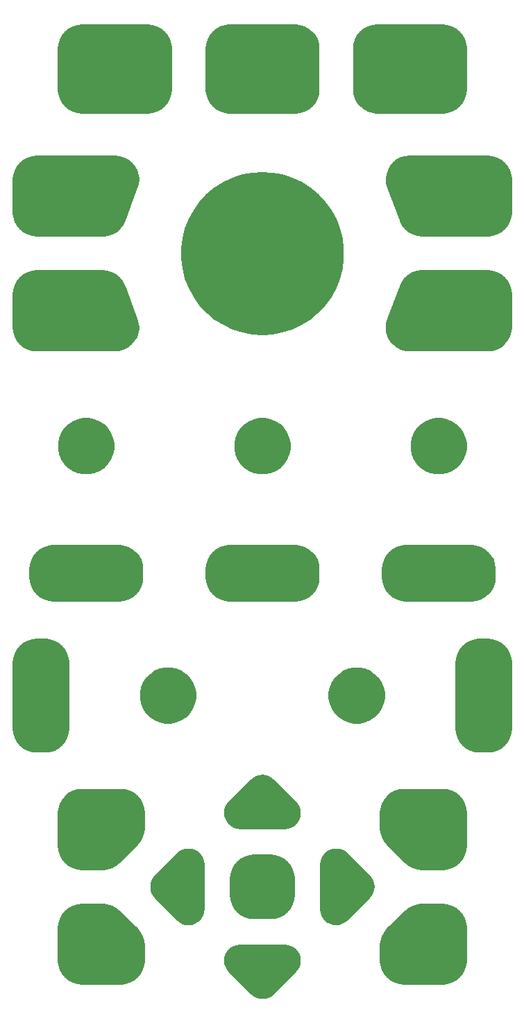
<source format=gbr>
%TF.GenerationSoftware,KiCad,Pcbnew,5.1.9-1.fc33*%
%TF.CreationDate,2021-01-10T17:12:49+01:00*%
%TF.ProjectId,,58585858-5858-4585-9858-585858585858,rev?*%
%TF.SameCoordinates,PX5a995c0PY5f5e100*%
%TF.FileFunction,Copper,L1,Top*%
%TF.FilePolarity,Positive*%
%FSLAX46Y46*%
G04 Gerber Fmt 4.6, Leading zero omitted, Abs format (unit mm)*
G04 Created by KiCad (PCBNEW 5.1.9-1.fc33) date 2021-01-10 17:12:49*
%MOMM*%
%LPD*%
G01*
G04 APERTURE LIST*
%TA.AperFunction,NonConductor*%
%ADD10C,0.254000*%
%TD*%
%TA.AperFunction,NonConductor*%
%ADD11C,0.150000*%
%TD*%
G04 APERTURE END LIST*
D10*
X3081844Y-52984628D02*
X3422287Y-53087413D01*
X3736285Y-53254368D01*
X4011873Y-53479133D01*
X4238555Y-53753144D01*
X4407697Y-54065967D01*
X4512857Y-54405684D01*
X4550028Y-54759352D01*
X4517797Y-55113516D01*
X4417389Y-55454671D01*
X4252634Y-55769819D01*
X4024637Y-56053390D01*
X4016609Y-56061502D01*
X1295176Y-58782935D01*
X1013658Y-59014177D01*
X700241Y-59182229D01*
X360162Y-59286202D01*
X6362Y-59322139D01*
X-347681Y-59288673D01*
X-688481Y-59187077D01*
X-1003063Y-59021216D01*
X-1285945Y-58792143D01*
X-1289342Y-58788770D01*
X-4010859Y-56067253D01*
X-4242101Y-55785735D01*
X-4410153Y-55472318D01*
X-4514126Y-55132239D01*
X-4550063Y-54778434D01*
X-4516597Y-54424396D01*
X-4415001Y-54083596D01*
X-4249140Y-53769014D01*
X-4025341Y-53492644D01*
X-3752125Y-53265011D01*
X-3439897Y-53094779D01*
X-3100545Y-52988433D01*
X-2738823Y-52949137D01*
X-2727386Y-52949077D01*
X2719269Y-52949077D01*
X3081844Y-52984628D01*
%TA.AperFunction,NonConductor*%
D11*
G36*
X3081844Y-52984628D02*
G01*
X3422287Y-53087413D01*
X3736285Y-53254368D01*
X4011873Y-53479133D01*
X4238555Y-53753144D01*
X4407697Y-54065967D01*
X4512857Y-54405684D01*
X4550028Y-54759352D01*
X4517797Y-55113516D01*
X4417389Y-55454671D01*
X4252634Y-55769819D01*
X4024637Y-56053390D01*
X4016609Y-56061502D01*
X1295176Y-58782935D01*
X1013658Y-59014177D01*
X700241Y-59182229D01*
X360162Y-59286202D01*
X6362Y-59322139D01*
X-347681Y-59288673D01*
X-688481Y-59187077D01*
X-1003063Y-59021216D01*
X-1285945Y-58792143D01*
X-1289342Y-58788770D01*
X-4010859Y-56067253D01*
X-4242101Y-55785735D01*
X-4410153Y-55472318D01*
X-4514126Y-55132239D01*
X-4550063Y-54778434D01*
X-4516597Y-54424396D01*
X-4415001Y-54083596D01*
X-4249140Y-53769014D01*
X-4025341Y-53492644D01*
X-3752125Y-53265011D01*
X-3439897Y-53094779D01*
X-3100545Y-52988433D01*
X-2738823Y-52949137D01*
X-2727386Y-52949077D01*
X2719269Y-52949077D01*
X3081844Y-52984628D01*
G37*
%TD.AperFunction*%
D10*
X-18907689Y-48003673D02*
X-18380406Y-48162869D01*
X-17894087Y-48421450D01*
X-17460638Y-48774962D01*
X-17459463Y-48776133D01*
X-15294234Y-50941363D01*
X-14939109Y-51373699D01*
X-14678834Y-51859110D01*
X-14517799Y-52385830D01*
X-14461275Y-52942303D01*
X-14461272Y-52943971D01*
X-14461271Y-54763413D01*
X-14515868Y-55320233D01*
X-14675064Y-55847515D01*
X-14933643Y-56333833D01*
X-15281755Y-56760660D01*
X-15706145Y-57111747D01*
X-16190645Y-57373715D01*
X-16716801Y-57536587D01*
X-17272907Y-57595036D01*
X-17284602Y-57595077D01*
X-21991356Y-57595077D01*
X-22548156Y-57540482D01*
X-23075438Y-57381287D01*
X-23561756Y-57122707D01*
X-23988583Y-56774595D01*
X-24339671Y-56350204D01*
X-24601639Y-55865704D01*
X-24764511Y-55339548D01*
X-24822960Y-54783442D01*
X-24823001Y-54771747D01*
X-24823001Y-50780731D01*
X-24768405Y-50223922D01*
X-24609208Y-49696636D01*
X-24350630Y-49210321D01*
X-24002518Y-48783494D01*
X-23578128Y-48432407D01*
X-23093629Y-48170440D01*
X-22567472Y-48007567D01*
X-22011366Y-47949118D01*
X-21999671Y-47949077D01*
X-19464498Y-47949077D01*
X-18907689Y-48003673D01*
%TA.AperFunction,NonConductor*%
D11*
G36*
X-18907689Y-48003673D02*
G01*
X-18380406Y-48162869D01*
X-17894087Y-48421450D01*
X-17460638Y-48774962D01*
X-17459463Y-48776133D01*
X-15294234Y-50941363D01*
X-14939109Y-51373699D01*
X-14678834Y-51859110D01*
X-14517799Y-52385830D01*
X-14461275Y-52942303D01*
X-14461272Y-52943971D01*
X-14461271Y-54763413D01*
X-14515868Y-55320233D01*
X-14675064Y-55847515D01*
X-14933643Y-56333833D01*
X-15281755Y-56760660D01*
X-15706145Y-57111747D01*
X-16190645Y-57373715D01*
X-16716801Y-57536587D01*
X-17272907Y-57595036D01*
X-17284602Y-57595077D01*
X-21991356Y-57595077D01*
X-22548156Y-57540482D01*
X-23075438Y-57381287D01*
X-23561756Y-57122707D01*
X-23988583Y-56774595D01*
X-24339671Y-56350204D01*
X-24601639Y-55865704D01*
X-24764511Y-55339548D01*
X-24822960Y-54783442D01*
X-24823001Y-54771747D01*
X-24823001Y-50780731D01*
X-24768405Y-50223922D01*
X-24609208Y-49696636D01*
X-24350630Y-49210321D01*
X-24002518Y-48783494D01*
X-23578128Y-48432407D01*
X-23093629Y-48170440D01*
X-22567472Y-48007567D01*
X-22011366Y-47949118D01*
X-21999671Y-47949077D01*
X-19464498Y-47949077D01*
X-18907689Y-48003673D01*
G37*
%TD.AperFunction*%
D10*
X22548155Y-48003674D02*
X23075440Y-48162871D01*
X23561755Y-48421449D01*
X23988582Y-48769560D01*
X24339667Y-49193949D01*
X24601638Y-49678454D01*
X24764509Y-50204605D01*
X24822958Y-50760712D01*
X24823000Y-50772693D01*
X24822999Y-54763423D01*
X24768403Y-55320233D01*
X24609207Y-55847515D01*
X24350628Y-56333833D01*
X24002516Y-56760660D01*
X23578126Y-57111747D01*
X23093626Y-57373715D01*
X22567470Y-57536587D01*
X22011364Y-57595036D01*
X21999669Y-57595077D01*
X17292925Y-57595077D01*
X16736115Y-57540481D01*
X16208833Y-57381285D01*
X15722515Y-57122706D01*
X15295688Y-56774594D01*
X14944601Y-56350204D01*
X14682633Y-55865704D01*
X14519761Y-55339548D01*
X14461312Y-54783442D01*
X14461271Y-54771747D01*
X14461271Y-52952305D01*
X14515867Y-52395492D01*
X14675063Y-51868212D01*
X14933642Y-51381895D01*
X15287155Y-50948444D01*
X15288327Y-50947268D01*
X17453557Y-48782039D01*
X17885893Y-48426914D01*
X18371304Y-48166639D01*
X18898024Y-48005604D01*
X19454497Y-47949080D01*
X19456165Y-47949077D01*
X21991336Y-47949077D01*
X22548155Y-48003674D01*
%TA.AperFunction,NonConductor*%
D11*
G36*
X22548155Y-48003674D02*
G01*
X23075440Y-48162871D01*
X23561755Y-48421449D01*
X23988582Y-48769560D01*
X24339667Y-49193949D01*
X24601638Y-49678454D01*
X24764509Y-50204605D01*
X24822958Y-50760712D01*
X24823000Y-50772693D01*
X24822999Y-54763423D01*
X24768403Y-55320233D01*
X24609207Y-55847515D01*
X24350628Y-56333833D01*
X24002516Y-56760660D01*
X23578126Y-57111747D01*
X23093626Y-57373715D01*
X22567470Y-57536587D01*
X22011364Y-57595036D01*
X21999669Y-57595077D01*
X17292925Y-57595077D01*
X16736115Y-57540481D01*
X16208833Y-57381285D01*
X15722515Y-57122706D01*
X15295688Y-56774594D01*
X14944601Y-56350204D01*
X14682633Y-55865704D01*
X14519761Y-55339548D01*
X14461312Y-54783442D01*
X14461271Y-54771747D01*
X14461271Y-52952305D01*
X14515867Y-52395492D01*
X14675063Y-51868212D01*
X14933642Y-51381895D01*
X15287155Y-50948444D01*
X15288327Y-50947268D01*
X17453557Y-48782039D01*
X17885893Y-48426914D01*
X18371304Y-48166639D01*
X18898024Y-48005604D01*
X19454497Y-47949080D01*
X19456165Y-47949077D01*
X21991336Y-47949077D01*
X22548155Y-48003674D01*
G37*
%TD.AperFunction*%
D10*
X9341437Y-41254280D02*
X9682593Y-41354688D01*
X9997742Y-41519445D01*
X10281312Y-41747440D01*
X10289424Y-41755468D01*
X13010858Y-44476902D01*
X13242100Y-44758420D01*
X13410152Y-45071834D01*
X13514124Y-45411915D01*
X13550062Y-45765720D01*
X13516595Y-46119759D01*
X13414999Y-46460558D01*
X13249138Y-46775140D01*
X13020065Y-47058022D01*
X13016692Y-47061419D01*
X10295170Y-49782941D01*
X10013658Y-50014178D01*
X9700241Y-50182230D01*
X9360162Y-50286203D01*
X9006362Y-50322140D01*
X8652319Y-50288674D01*
X8311519Y-50187078D01*
X7996937Y-50021217D01*
X7720569Y-49797420D01*
X7492934Y-49524202D01*
X7322700Y-49211971D01*
X7216356Y-48872622D01*
X7177060Y-48510900D01*
X7177000Y-48499463D01*
X7177000Y-43052819D01*
X7212552Y-42690234D01*
X7315339Y-42349787D01*
X7482293Y-42035791D01*
X7707056Y-41760205D01*
X7981063Y-41533527D01*
X8293891Y-41364381D01*
X8633607Y-41259221D01*
X8987274Y-41222049D01*
X9341437Y-41254280D01*
%TA.AperFunction,NonConductor*%
D11*
G36*
X9341437Y-41254280D02*
G01*
X9682593Y-41354688D01*
X9997742Y-41519445D01*
X10281312Y-41747440D01*
X10289424Y-41755468D01*
X13010858Y-44476902D01*
X13242100Y-44758420D01*
X13410152Y-45071834D01*
X13514124Y-45411915D01*
X13550062Y-45765720D01*
X13516595Y-46119759D01*
X13414999Y-46460558D01*
X13249138Y-46775140D01*
X13020065Y-47058022D01*
X13016692Y-47061419D01*
X10295170Y-49782941D01*
X10013658Y-50014178D01*
X9700241Y-50182230D01*
X9360162Y-50286203D01*
X9006362Y-50322140D01*
X8652319Y-50288674D01*
X8311519Y-50187078D01*
X7996937Y-50021217D01*
X7720569Y-49797420D01*
X7492934Y-49524202D01*
X7322700Y-49211971D01*
X7216356Y-48872622D01*
X7177060Y-48510900D01*
X7177000Y-48499463D01*
X7177000Y-43052819D01*
X7212552Y-42690234D01*
X7315339Y-42349787D01*
X7482293Y-42035791D01*
X7707056Y-41760205D01*
X7981063Y-41533527D01*
X8293891Y-41364381D01*
X8633607Y-41259221D01*
X8987274Y-41222049D01*
X9341437Y-41254280D01*
G37*
%TD.AperFunction*%
D10*
X-8652320Y-41255481D02*
X-8311520Y-41357077D01*
X-7996938Y-41522938D01*
X-7720568Y-41746737D01*
X-7492935Y-42019953D01*
X-7322703Y-42332181D01*
X-7216357Y-42671533D01*
X-7177061Y-43033255D01*
X-7177001Y-43044692D01*
X-7177000Y-48491326D01*
X-7212553Y-48853925D01*
X-7315341Y-49194369D01*
X-7482294Y-49508364D01*
X-7707055Y-49783948D01*
X-7981066Y-50010629D01*
X-8293893Y-50179774D01*
X-8633608Y-50284934D01*
X-8987275Y-50322106D01*
X-9341438Y-50289875D01*
X-9682593Y-50189467D01*
X-9997742Y-50024712D01*
X-10281313Y-49796715D01*
X-10289425Y-49788687D01*
X-13010849Y-47067263D01*
X-13242100Y-46785734D01*
X-13410152Y-46472318D01*
X-13514125Y-46132239D01*
X-13550062Y-45778434D01*
X-13516596Y-45424396D01*
X-13414998Y-45083593D01*
X-13249139Y-44769015D01*
X-13020062Y-44486128D01*
X-13016693Y-44482736D01*
X-10295171Y-41761214D01*
X-10013659Y-41529977D01*
X-9700246Y-41361926D01*
X-9360163Y-41257952D01*
X-9006358Y-41222015D01*
X-8652320Y-41255481D01*
%TA.AperFunction,NonConductor*%
D11*
G36*
X-8652320Y-41255481D02*
G01*
X-8311520Y-41357077D01*
X-7996938Y-41522938D01*
X-7720568Y-41746737D01*
X-7492935Y-42019953D01*
X-7322703Y-42332181D01*
X-7216357Y-42671533D01*
X-7177061Y-43033255D01*
X-7177001Y-43044692D01*
X-7177000Y-48491326D01*
X-7212553Y-48853925D01*
X-7315341Y-49194369D01*
X-7482294Y-49508364D01*
X-7707055Y-49783948D01*
X-7981066Y-50010629D01*
X-8293893Y-50179774D01*
X-8633608Y-50284934D01*
X-8987275Y-50322106D01*
X-9341438Y-50289875D01*
X-9682593Y-50189467D01*
X-9997742Y-50024712D01*
X-10281313Y-49796715D01*
X-10289425Y-49788687D01*
X-13010849Y-47067263D01*
X-13242100Y-46785734D01*
X-13410152Y-46472318D01*
X-13514125Y-46132239D01*
X-13550062Y-45778434D01*
X-13516596Y-45424396D01*
X-13414998Y-45083593D01*
X-13249139Y-44769015D01*
X-13020062Y-44486128D01*
X-13016693Y-44482736D01*
X-10295171Y-41761214D01*
X-10013659Y-41529977D01*
X-9700246Y-41361926D01*
X-9360163Y-41257952D01*
X-9006358Y-41222015D01*
X-8652320Y-41255481D01*
G37*
%TD.AperFunction*%
D10*
X1548154Y-42003673D02*
X2075440Y-42162870D01*
X2561755Y-42421448D01*
X2988582Y-42769560D01*
X3339669Y-43193950D01*
X3601636Y-43678449D01*
X3764509Y-44204606D01*
X3822958Y-44760712D01*
X3823000Y-44772693D01*
X3822999Y-46763423D01*
X3768403Y-47320233D01*
X3609207Y-47847515D01*
X3350628Y-48333833D01*
X3002516Y-48760660D01*
X2578126Y-49111747D01*
X2093626Y-49373715D01*
X1567470Y-49536587D01*
X1011364Y-49595036D01*
X999669Y-49595077D01*
X-991347Y-49595077D01*
X-1548157Y-49540481D01*
X-2075439Y-49381285D01*
X-2561757Y-49122706D01*
X-2988584Y-48774594D01*
X-3339671Y-48350204D01*
X-3601639Y-47865704D01*
X-3764511Y-47339548D01*
X-3822960Y-46783442D01*
X-3823001Y-46771747D01*
X-3823001Y-44780731D01*
X-3768405Y-44223922D01*
X-3609208Y-43696636D01*
X-3350630Y-43210321D01*
X-3002518Y-42783494D01*
X-2578128Y-42432407D01*
X-2093629Y-42170440D01*
X-1567472Y-42007567D01*
X-1011366Y-41949118D01*
X-999671Y-41949077D01*
X991345Y-41949077D01*
X1548154Y-42003673D01*
%TA.AperFunction,NonConductor*%
D11*
G36*
X1548154Y-42003673D02*
G01*
X2075440Y-42162870D01*
X2561755Y-42421448D01*
X2988582Y-42769560D01*
X3339669Y-43193950D01*
X3601636Y-43678449D01*
X3764509Y-44204606D01*
X3822958Y-44760712D01*
X3823000Y-44772693D01*
X3822999Y-46763423D01*
X3768403Y-47320233D01*
X3609207Y-47847515D01*
X3350628Y-48333833D01*
X3002516Y-48760660D01*
X2578126Y-49111747D01*
X2093626Y-49373715D01*
X1567470Y-49536587D01*
X1011364Y-49595036D01*
X999669Y-49595077D01*
X-991347Y-49595077D01*
X-1548157Y-49540481D01*
X-2075439Y-49381285D01*
X-2561757Y-49122706D01*
X-2988584Y-48774594D01*
X-3339671Y-48350204D01*
X-3601639Y-47865704D01*
X-3764511Y-47339548D01*
X-3822960Y-46783442D01*
X-3823001Y-46771747D01*
X-3823001Y-44780731D01*
X-3768405Y-44223922D01*
X-3609208Y-43696636D01*
X-3350630Y-43210321D01*
X-3002518Y-42783494D01*
X-2578128Y-42432407D01*
X-2093629Y-42170440D01*
X-1567472Y-42007567D01*
X-1011366Y-41949118D01*
X-999671Y-41949077D01*
X991345Y-41949077D01*
X1548154Y-42003673D01*
G37*
%TD.AperFunction*%
D10*
X22548155Y-34003673D02*
X23075441Y-34162870D01*
X23561756Y-34421448D01*
X23988583Y-34769560D01*
X24339670Y-35193950D01*
X24601637Y-35678449D01*
X24764510Y-36204606D01*
X24822959Y-36760712D01*
X24823000Y-36772408D01*
X24823001Y-40763413D01*
X24768404Y-41320233D01*
X24609208Y-41847515D01*
X24350629Y-42333833D01*
X24002517Y-42760660D01*
X23578127Y-43111747D01*
X23093627Y-43373715D01*
X22567471Y-43536587D01*
X22011365Y-43595036D01*
X21999670Y-43595077D01*
X19464488Y-43595077D01*
X18907688Y-43540482D01*
X18380406Y-43381287D01*
X17894088Y-43122707D01*
X17460638Y-42769194D01*
X17459735Y-42768294D01*
X15294238Y-40602798D01*
X14939109Y-40170458D01*
X14678833Y-39685045D01*
X14517798Y-39158324D01*
X14461274Y-38601852D01*
X14461271Y-38600184D01*
X14461271Y-36780731D01*
X14515867Y-36223922D01*
X14675064Y-35696636D01*
X14933642Y-35210321D01*
X15281754Y-34783494D01*
X15706144Y-34432407D01*
X16190643Y-34170440D01*
X16716800Y-34007567D01*
X17272906Y-33949118D01*
X17284601Y-33949077D01*
X21991346Y-33949077D01*
X22548155Y-34003673D01*
%TA.AperFunction,NonConductor*%
D11*
G36*
X22548155Y-34003673D02*
G01*
X23075441Y-34162870D01*
X23561756Y-34421448D01*
X23988583Y-34769560D01*
X24339670Y-35193950D01*
X24601637Y-35678449D01*
X24764510Y-36204606D01*
X24822959Y-36760712D01*
X24823000Y-36772408D01*
X24823001Y-40763413D01*
X24768404Y-41320233D01*
X24609208Y-41847515D01*
X24350629Y-42333833D01*
X24002517Y-42760660D01*
X23578127Y-43111747D01*
X23093627Y-43373715D01*
X22567471Y-43536587D01*
X22011365Y-43595036D01*
X21999670Y-43595077D01*
X19464488Y-43595077D01*
X18907688Y-43540482D01*
X18380406Y-43381287D01*
X17894088Y-43122707D01*
X17460638Y-42769194D01*
X17459735Y-42768294D01*
X15294238Y-40602798D01*
X14939109Y-40170458D01*
X14678833Y-39685045D01*
X14517798Y-39158324D01*
X14461274Y-38601852D01*
X14461271Y-38600184D01*
X14461271Y-36780731D01*
X14515867Y-36223922D01*
X14675064Y-35696636D01*
X14933642Y-35210321D01*
X15281754Y-34783494D01*
X15706144Y-34432407D01*
X16190643Y-34170440D01*
X16716800Y-34007567D01*
X17272906Y-33949118D01*
X17284601Y-33949077D01*
X21991346Y-33949077D01*
X22548155Y-34003673D01*
G37*
%TD.AperFunction*%
D10*
X-16736117Y-34003673D02*
X-16208831Y-34162870D01*
X-15722516Y-34421448D01*
X-15295689Y-34769560D01*
X-14944602Y-35193950D01*
X-14682635Y-35678449D01*
X-14519762Y-36204606D01*
X-14461313Y-36760712D01*
X-14461271Y-36772693D01*
X-14461272Y-38591850D01*
X-14515868Y-39148663D01*
X-14675062Y-39675938D01*
X-14933643Y-40162260D01*
X-15287155Y-40595710D01*
X-15288055Y-40596613D01*
X-17453547Y-42762106D01*
X-17885892Y-43117239D01*
X-18371305Y-43377515D01*
X-18898026Y-43538550D01*
X-19454498Y-43595074D01*
X-19456166Y-43595077D01*
X-21991347Y-43595077D01*
X-22548157Y-43540481D01*
X-23075439Y-43381285D01*
X-23561757Y-43122706D01*
X-23988584Y-42774594D01*
X-24339671Y-42350204D01*
X-24601639Y-41865704D01*
X-24764511Y-41339548D01*
X-24822960Y-40783442D01*
X-24823001Y-40771747D01*
X-24823001Y-36780731D01*
X-24768405Y-36223922D01*
X-24609208Y-35696636D01*
X-24350630Y-35210321D01*
X-24002518Y-34783494D01*
X-23578128Y-34432407D01*
X-23093629Y-34170440D01*
X-22567472Y-34007567D01*
X-22011366Y-33949118D01*
X-21999671Y-33949077D01*
X-17292926Y-33949077D01*
X-16736117Y-34003673D01*
%TA.AperFunction,NonConductor*%
D11*
G36*
X-16736117Y-34003673D02*
G01*
X-16208831Y-34162870D01*
X-15722516Y-34421448D01*
X-15295689Y-34769560D01*
X-14944602Y-35193950D01*
X-14682635Y-35678449D01*
X-14519762Y-36204606D01*
X-14461313Y-36760712D01*
X-14461271Y-36772693D01*
X-14461272Y-38591850D01*
X-14515868Y-39148663D01*
X-14675062Y-39675938D01*
X-14933643Y-40162260D01*
X-15287155Y-40595710D01*
X-15288055Y-40596613D01*
X-17453547Y-42762106D01*
X-17885892Y-43117239D01*
X-18371305Y-43377515D01*
X-18898026Y-43538550D01*
X-19454498Y-43595074D01*
X-19456166Y-43595077D01*
X-21991347Y-43595077D01*
X-22548157Y-43540481D01*
X-23075439Y-43381285D01*
X-23561757Y-43122706D01*
X-23988584Y-42774594D01*
X-24339671Y-42350204D01*
X-24601639Y-41865704D01*
X-24764511Y-41339548D01*
X-24822960Y-40783442D01*
X-24823001Y-40771747D01*
X-24823001Y-36780731D01*
X-24768405Y-36223922D01*
X-24609208Y-35696636D01*
X-24350630Y-35210321D01*
X-24002518Y-34783494D01*
X-23578128Y-34432407D01*
X-23093629Y-34170440D01*
X-22567472Y-34007567D01*
X-22011366Y-33949118D01*
X-21999671Y-33949077D01*
X-17292926Y-33949077D01*
X-16736117Y-34003673D01*
G37*
%TD.AperFunction*%
D10*
X347681Y-32255482D02*
X688484Y-32357080D01*
X1003062Y-32522939D01*
X1285949Y-32752016D01*
X1289341Y-32755385D01*
X4010863Y-35476907D01*
X4242100Y-35758419D01*
X4410151Y-36071832D01*
X4514125Y-36411915D01*
X4550062Y-36765715D01*
X4516596Y-37119758D01*
X4415000Y-37460558D01*
X4249139Y-37775140D01*
X4025342Y-38051508D01*
X3752124Y-38279143D01*
X3439893Y-38449377D01*
X3100544Y-38555721D01*
X2738822Y-38595017D01*
X2727385Y-38595077D01*
X-2719259Y-38595077D01*
X-3081848Y-38559525D01*
X-3422292Y-38456737D01*
X-3736287Y-38289784D01*
X-4011871Y-38065023D01*
X-4238552Y-37791012D01*
X-4407697Y-37478185D01*
X-4512857Y-37138470D01*
X-4550029Y-36784803D01*
X-4517798Y-36430640D01*
X-4417390Y-36089484D01*
X-4252633Y-35774335D01*
X-4024638Y-35490765D01*
X-4016610Y-35482653D01*
X-1295186Y-32761229D01*
X-1013657Y-32529978D01*
X-700244Y-32361927D01*
X-360162Y-32257953D01*
X-6357Y-32222016D01*
X347681Y-32255482D01*
%TA.AperFunction,NonConductor*%
D11*
G36*
X347681Y-32255482D02*
G01*
X688484Y-32357080D01*
X1003062Y-32522939D01*
X1285949Y-32752016D01*
X1289341Y-32755385D01*
X4010863Y-35476907D01*
X4242100Y-35758419D01*
X4410151Y-36071832D01*
X4514125Y-36411915D01*
X4550062Y-36765715D01*
X4516596Y-37119758D01*
X4415000Y-37460558D01*
X4249139Y-37775140D01*
X4025342Y-38051508D01*
X3752124Y-38279143D01*
X3439893Y-38449377D01*
X3100544Y-38555721D01*
X2738822Y-38595017D01*
X2727385Y-38595077D01*
X-2719259Y-38595077D01*
X-3081848Y-38559525D01*
X-3422292Y-38456737D01*
X-3736287Y-38289784D01*
X-4011871Y-38065023D01*
X-4238552Y-37791012D01*
X-4407697Y-37478185D01*
X-4512857Y-37138470D01*
X-4550029Y-36784803D01*
X-4517798Y-36430640D01*
X-4417390Y-36089484D01*
X-4252633Y-35774335D01*
X-4024638Y-35490765D01*
X-4016610Y-35482653D01*
X-1295186Y-32761229D01*
X-1013657Y-32529978D01*
X-700244Y-32361927D01*
X-360162Y-32257953D01*
X-6357Y-32222016D01*
X347681Y-32255482D01*
G37*
%TD.AperFunction*%
D10*
X-25951845Y-15679037D02*
X-25424559Y-15838234D01*
X-24938244Y-16096812D01*
X-24511417Y-16444924D01*
X-24160330Y-16869314D01*
X-23898363Y-17353813D01*
X-23735490Y-17879970D01*
X-23677041Y-18436076D01*
X-23676999Y-18448057D01*
X-23677001Y-26438787D01*
X-23731597Y-26995597D01*
X-23890793Y-27522879D01*
X-24149372Y-28009197D01*
X-24497484Y-28436024D01*
X-24921874Y-28787111D01*
X-25406374Y-29049079D01*
X-25932530Y-29211951D01*
X-26488636Y-29270400D01*
X-26500331Y-29270441D01*
X-27491347Y-29270441D01*
X-28048157Y-29215845D01*
X-28575439Y-29056649D01*
X-29061757Y-28798070D01*
X-29488584Y-28449958D01*
X-29839671Y-28025568D01*
X-30101639Y-27541068D01*
X-30264511Y-27014912D01*
X-30322960Y-26458806D01*
X-30323002Y-26446824D01*
X-30323000Y-18456095D01*
X-30268404Y-17899286D01*
X-30109207Y-17372000D01*
X-29850629Y-16885685D01*
X-29502517Y-16458858D01*
X-29078127Y-16107771D01*
X-28593628Y-15845804D01*
X-28067471Y-15682931D01*
X-27511365Y-15624482D01*
X-27499670Y-15624441D01*
X-26508654Y-15624441D01*
X-25951845Y-15679037D01*
%TA.AperFunction,NonConductor*%
D11*
G36*
X-25951845Y-15679037D02*
G01*
X-25424559Y-15838234D01*
X-24938244Y-16096812D01*
X-24511417Y-16444924D01*
X-24160330Y-16869314D01*
X-23898363Y-17353813D01*
X-23735490Y-17879970D01*
X-23677041Y-18436076D01*
X-23676999Y-18448057D01*
X-23677001Y-26438787D01*
X-23731597Y-26995597D01*
X-23890793Y-27522879D01*
X-24149372Y-28009197D01*
X-24497484Y-28436024D01*
X-24921874Y-28787111D01*
X-25406374Y-29049079D01*
X-25932530Y-29211951D01*
X-26488636Y-29270400D01*
X-26500331Y-29270441D01*
X-27491347Y-29270441D01*
X-28048157Y-29215845D01*
X-28575439Y-29056649D01*
X-29061757Y-28798070D01*
X-29488584Y-28449958D01*
X-29839671Y-28025568D01*
X-30101639Y-27541068D01*
X-30264511Y-27014912D01*
X-30322960Y-26458806D01*
X-30323002Y-26446824D01*
X-30323000Y-18456095D01*
X-30268404Y-17899286D01*
X-30109207Y-17372000D01*
X-29850629Y-16885685D01*
X-29502517Y-16458858D01*
X-29078127Y-16107771D01*
X-28593628Y-15845804D01*
X-28067471Y-15682931D01*
X-27511365Y-15624482D01*
X-27499670Y-15624441D01*
X-26508654Y-15624441D01*
X-25951845Y-15679037D01*
G37*
%TD.AperFunction*%
D10*
X28048155Y-15679037D02*
X28575441Y-15838234D01*
X29061756Y-16096812D01*
X29488583Y-16444924D01*
X29839670Y-16869314D01*
X30101637Y-17353813D01*
X30264510Y-17879970D01*
X30322959Y-18436076D01*
X30323001Y-18448058D01*
X30323000Y-26438787D01*
X30268404Y-26995597D01*
X30109208Y-27522879D01*
X29850629Y-28009197D01*
X29502517Y-28436024D01*
X29078127Y-28787111D01*
X28593627Y-29049079D01*
X28067471Y-29211951D01*
X27511365Y-29270400D01*
X27499670Y-29270441D01*
X26508654Y-29270441D01*
X25951844Y-29215845D01*
X25424562Y-29056649D01*
X24938244Y-28798070D01*
X24511417Y-28449958D01*
X24160330Y-28025568D01*
X23898362Y-27541068D01*
X23735490Y-27014912D01*
X23677041Y-26458806D01*
X23677000Y-26447111D01*
X23677000Y-18456095D01*
X23731596Y-17899286D01*
X23890793Y-17372000D01*
X24149371Y-16885685D01*
X24497483Y-16458858D01*
X24921873Y-16107771D01*
X25406372Y-15845804D01*
X25932529Y-15682931D01*
X26488635Y-15624482D01*
X26500330Y-15624441D01*
X27491346Y-15624441D01*
X28048155Y-15679037D01*
%TA.AperFunction,NonConductor*%
D11*
G36*
X28048155Y-15679037D02*
G01*
X28575441Y-15838234D01*
X29061756Y-16096812D01*
X29488583Y-16444924D01*
X29839670Y-16869314D01*
X30101637Y-17353813D01*
X30264510Y-17879970D01*
X30322959Y-18436076D01*
X30323001Y-18448058D01*
X30323000Y-26438787D01*
X30268404Y-26995597D01*
X30109208Y-27522879D01*
X29850629Y-28009197D01*
X29502517Y-28436024D01*
X29078127Y-28787111D01*
X28593627Y-29049079D01*
X28067471Y-29211951D01*
X27511365Y-29270400D01*
X27499670Y-29270441D01*
X26508654Y-29270441D01*
X25951844Y-29215845D01*
X25424562Y-29056649D01*
X24938244Y-28798070D01*
X24511417Y-28449958D01*
X24160330Y-28025568D01*
X23898362Y-27541068D01*
X23735490Y-27014912D01*
X23677041Y-26458806D01*
X23677000Y-26447111D01*
X23677000Y-18456095D01*
X23731596Y-17899286D01*
X23890793Y-17372000D01*
X24149371Y-16885685D01*
X24497483Y-16458858D01*
X24921873Y-16107771D01*
X25406372Y-15845804D01*
X25932529Y-15682931D01*
X26488635Y-15624482D01*
X26500330Y-15624441D01*
X27491346Y-15624441D01*
X28048155Y-15679037D01*
G37*
%TD.AperFunction*%
D10*
X12464616Y-19267528D02*
X13066451Y-19516817D01*
X13608089Y-19878727D01*
X14068714Y-20339352D01*
X14430624Y-20880990D01*
X14679913Y-21482825D01*
X14806999Y-22121730D01*
X14806999Y-22773152D01*
X14679913Y-23412057D01*
X14430624Y-24013892D01*
X14068714Y-24555530D01*
X13608089Y-25016155D01*
X13066451Y-25378065D01*
X12464616Y-25627354D01*
X11825711Y-25754440D01*
X11174289Y-25754440D01*
X10535384Y-25627354D01*
X9933549Y-25378065D01*
X9391911Y-25016155D01*
X8931286Y-24555530D01*
X8569376Y-24013892D01*
X8320087Y-23412057D01*
X8193001Y-22773152D01*
X8193001Y-22121730D01*
X8320087Y-21482825D01*
X8569376Y-20880990D01*
X8931286Y-20339352D01*
X9391911Y-19878727D01*
X9933549Y-19516817D01*
X10535384Y-19267528D01*
X11174289Y-19140442D01*
X11825711Y-19140442D01*
X12464616Y-19267528D01*
%TA.AperFunction,NonConductor*%
D11*
G36*
X12464616Y-19267528D02*
G01*
X13066451Y-19516817D01*
X13608089Y-19878727D01*
X14068714Y-20339352D01*
X14430624Y-20880990D01*
X14679913Y-21482825D01*
X14806999Y-22121730D01*
X14806999Y-22773152D01*
X14679913Y-23412057D01*
X14430624Y-24013892D01*
X14068714Y-24555530D01*
X13608089Y-25016155D01*
X13066451Y-25378065D01*
X12464616Y-25627354D01*
X11825711Y-25754440D01*
X11174289Y-25754440D01*
X10535384Y-25627354D01*
X9933549Y-25378065D01*
X9391911Y-25016155D01*
X8931286Y-24555530D01*
X8569376Y-24013892D01*
X8320087Y-23412057D01*
X8193001Y-22773152D01*
X8193001Y-22121730D01*
X8320087Y-21482825D01*
X8569376Y-20880990D01*
X8931286Y-20339352D01*
X9391911Y-19878727D01*
X9933549Y-19516817D01*
X10535384Y-19267528D01*
X11174289Y-19140442D01*
X11825711Y-19140442D01*
X12464616Y-19267528D01*
G37*
%TD.AperFunction*%
D10*
X-10535384Y-19267528D02*
X-9933549Y-19516817D01*
X-9391911Y-19878727D01*
X-8931286Y-20339352D01*
X-8569376Y-20880990D01*
X-8320087Y-21482825D01*
X-8193001Y-22121730D01*
X-8193001Y-22773152D01*
X-8320087Y-23412057D01*
X-8569376Y-24013892D01*
X-8931286Y-24555530D01*
X-9391911Y-25016155D01*
X-9933549Y-25378065D01*
X-10535384Y-25627354D01*
X-11174289Y-25754440D01*
X-11825711Y-25754440D01*
X-12464616Y-25627354D01*
X-13066451Y-25378065D01*
X-13608089Y-25016155D01*
X-14068714Y-24555530D01*
X-14430624Y-24013892D01*
X-14679913Y-23412057D01*
X-14806999Y-22773152D01*
X-14806999Y-22121730D01*
X-14679913Y-21482825D01*
X-14430624Y-20880990D01*
X-14068714Y-20339352D01*
X-13608089Y-19878727D01*
X-13066451Y-19516817D01*
X-12464616Y-19267528D01*
X-11825711Y-19140442D01*
X-11174289Y-19140442D01*
X-10535384Y-19267528D01*
%TA.AperFunction,NonConductor*%
D11*
G36*
X-10535384Y-19267528D02*
G01*
X-9933549Y-19516817D01*
X-9391911Y-19878727D01*
X-8931286Y-20339352D01*
X-8569376Y-20880990D01*
X-8320087Y-21482825D01*
X-8193001Y-22121730D01*
X-8193001Y-22773152D01*
X-8320087Y-23412057D01*
X-8569376Y-24013892D01*
X-8931286Y-24555530D01*
X-9391911Y-25016155D01*
X-9933549Y-25378065D01*
X-10535384Y-25627354D01*
X-11174289Y-25754440D01*
X-11825711Y-25754440D01*
X-12464616Y-25627354D01*
X-13066451Y-25378065D01*
X-13608089Y-25016155D01*
X-14068714Y-24555530D01*
X-14430624Y-24013892D01*
X-14679913Y-23412057D01*
X-14806999Y-22773152D01*
X-14806999Y-22121730D01*
X-14679913Y-21482825D01*
X-14430624Y-20880990D01*
X-14068714Y-20339352D01*
X-13608089Y-19878727D01*
X-13066451Y-19516817D01*
X-12464616Y-19267528D01*
X-11825711Y-19140442D01*
X-11174289Y-19140442D01*
X-10535384Y-19267528D01*
G37*
%TD.AperFunction*%
D10*
X-16951842Y-4231596D02*
X-16424562Y-4390792D01*
X-15938245Y-4649371D01*
X-15511417Y-4997482D01*
X-15160332Y-5421871D01*
X-14898362Y-5906374D01*
X-14735490Y-6432528D01*
X-14677041Y-6988634D01*
X-14676999Y-7000613D01*
X-14677000Y-7991355D01*
X-14731595Y-8548155D01*
X-14890790Y-9075437D01*
X-15149370Y-9561755D01*
X-15497482Y-9988582D01*
X-15921873Y-10339670D01*
X-16406373Y-10601638D01*
X-16932529Y-10764510D01*
X-17488635Y-10822959D01*
X-17500330Y-10823000D01*
X-25491346Y-10823000D01*
X-26048156Y-10768404D01*
X-26575438Y-10609208D01*
X-27061756Y-10350629D01*
X-27488583Y-10002517D01*
X-27839670Y-9578127D01*
X-28101638Y-9093627D01*
X-28264510Y-8567471D01*
X-28322959Y-8011365D01*
X-28323000Y-7999670D01*
X-28323000Y-7008654D01*
X-28268404Y-6451845D01*
X-28109207Y-5924559D01*
X-27850629Y-5438244D01*
X-27502517Y-5011417D01*
X-27078127Y-4660330D01*
X-26593628Y-4398363D01*
X-26067471Y-4235490D01*
X-25511365Y-4177041D01*
X-25499670Y-4177000D01*
X-17508655Y-4177000D01*
X-16951842Y-4231596D01*
%TA.AperFunction,NonConductor*%
D11*
G36*
X-16951842Y-4231596D02*
G01*
X-16424562Y-4390792D01*
X-15938245Y-4649371D01*
X-15511417Y-4997482D01*
X-15160332Y-5421871D01*
X-14898362Y-5906374D01*
X-14735490Y-6432528D01*
X-14677041Y-6988634D01*
X-14676999Y-7000613D01*
X-14677000Y-7991355D01*
X-14731595Y-8548155D01*
X-14890790Y-9075437D01*
X-15149370Y-9561755D01*
X-15497482Y-9988582D01*
X-15921873Y-10339670D01*
X-16406373Y-10601638D01*
X-16932529Y-10764510D01*
X-17488635Y-10822959D01*
X-17500330Y-10823000D01*
X-25491346Y-10823000D01*
X-26048156Y-10768404D01*
X-26575438Y-10609208D01*
X-27061756Y-10350629D01*
X-27488583Y-10002517D01*
X-27839670Y-9578127D01*
X-28101638Y-9093627D01*
X-28264510Y-8567471D01*
X-28322959Y-8011365D01*
X-28323000Y-7999670D01*
X-28323000Y-7008654D01*
X-28268404Y-6451845D01*
X-28109207Y-5924559D01*
X-27850629Y-5438244D01*
X-27502517Y-5011417D01*
X-27078127Y-4660330D01*
X-26593628Y-4398363D01*
X-26067471Y-4235490D01*
X-25511365Y-4177041D01*
X-25499670Y-4177000D01*
X-17508655Y-4177000D01*
X-16951842Y-4231596D01*
G37*
%TD.AperFunction*%
D10*
X26048155Y-4231596D02*
X26575441Y-4390793D01*
X27061756Y-4649371D01*
X27488583Y-4997483D01*
X27839670Y-5421873D01*
X28101637Y-5906372D01*
X28264510Y-6432529D01*
X28322959Y-6988635D01*
X28323001Y-7000614D01*
X28323000Y-7991346D01*
X28268404Y-8548156D01*
X28109208Y-9075438D01*
X27850629Y-9561756D01*
X27502517Y-9988583D01*
X27078127Y-10339670D01*
X26593627Y-10601638D01*
X26067471Y-10764510D01*
X25511365Y-10822959D01*
X25499670Y-10823000D01*
X17508654Y-10823000D01*
X16951844Y-10768404D01*
X16424562Y-10609208D01*
X15938244Y-10350629D01*
X15511417Y-10002517D01*
X15160330Y-9578127D01*
X14898362Y-9093627D01*
X14735490Y-8567471D01*
X14677041Y-8011365D01*
X14677000Y-7999670D01*
X14677000Y-7008663D01*
X14731597Y-6451844D01*
X14890794Y-5924559D01*
X15149372Y-5438244D01*
X15497483Y-5011417D01*
X15921872Y-4660332D01*
X16406377Y-4398361D01*
X16932528Y-4235490D01*
X17488635Y-4177041D01*
X17500330Y-4177000D01*
X25491346Y-4177000D01*
X26048155Y-4231596D01*
%TA.AperFunction,NonConductor*%
D11*
G36*
X26048155Y-4231596D02*
G01*
X26575441Y-4390793D01*
X27061756Y-4649371D01*
X27488583Y-4997483D01*
X27839670Y-5421873D01*
X28101637Y-5906372D01*
X28264510Y-6432529D01*
X28322959Y-6988635D01*
X28323001Y-7000614D01*
X28323000Y-7991346D01*
X28268404Y-8548156D01*
X28109208Y-9075438D01*
X27850629Y-9561756D01*
X27502517Y-9988583D01*
X27078127Y-10339670D01*
X26593627Y-10601638D01*
X26067471Y-10764510D01*
X25511365Y-10822959D01*
X25499670Y-10823000D01*
X17508654Y-10823000D01*
X16951844Y-10768404D01*
X16424562Y-10609208D01*
X15938244Y-10350629D01*
X15511417Y-10002517D01*
X15160330Y-9578127D01*
X14898362Y-9093627D01*
X14735490Y-8567471D01*
X14677041Y-8011365D01*
X14677000Y-7999670D01*
X14677000Y-7008663D01*
X14731597Y-6451844D01*
X14890794Y-5924559D01*
X15149372Y-5438244D01*
X15497483Y-5011417D01*
X15921872Y-4660332D01*
X16406377Y-4398361D01*
X16932528Y-4235490D01*
X17488635Y-4177041D01*
X17500330Y-4177000D01*
X25491346Y-4177000D01*
X26048155Y-4231596D01*
G37*
%TD.AperFunction*%
D10*
X4548158Y-4231596D02*
X5075438Y-4390792D01*
X5561755Y-4649371D01*
X5988583Y-4997482D01*
X6339668Y-5421871D01*
X6601638Y-5906374D01*
X6764510Y-6432528D01*
X6822959Y-6988634D01*
X6823001Y-7000613D01*
X6823000Y-7991345D01*
X6768404Y-8548155D01*
X6609208Y-9075437D01*
X6350629Y-9561755D01*
X6002517Y-9988582D01*
X5578127Y-10339669D01*
X5093627Y-10601637D01*
X4567471Y-10764509D01*
X4011365Y-10822958D01*
X3999670Y-10822999D01*
X-3991346Y-10822999D01*
X-4548156Y-10768403D01*
X-5075438Y-10609207D01*
X-5561756Y-10350628D01*
X-5988583Y-10002516D01*
X-6339670Y-9578126D01*
X-6601638Y-9093626D01*
X-6764510Y-8567470D01*
X-6822959Y-8011364D01*
X-6823000Y-7999669D01*
X-6823000Y-7008654D01*
X-6768404Y-6451845D01*
X-6609207Y-5924559D01*
X-6350629Y-5438244D01*
X-6002517Y-5011417D01*
X-5578127Y-4660330D01*
X-5093628Y-4398363D01*
X-4567471Y-4235490D01*
X-4011365Y-4177041D01*
X-3999669Y-4177000D01*
X3991325Y-4176998D01*
X4548158Y-4231596D01*
%TA.AperFunction,NonConductor*%
D11*
G36*
X4548158Y-4231596D02*
G01*
X5075438Y-4390792D01*
X5561755Y-4649371D01*
X5988583Y-4997482D01*
X6339668Y-5421871D01*
X6601638Y-5906374D01*
X6764510Y-6432528D01*
X6822959Y-6988634D01*
X6823001Y-7000613D01*
X6823000Y-7991345D01*
X6768404Y-8548155D01*
X6609208Y-9075437D01*
X6350629Y-9561755D01*
X6002517Y-9988582D01*
X5578127Y-10339669D01*
X5093627Y-10601637D01*
X4567471Y-10764509D01*
X4011365Y-10822958D01*
X3999670Y-10822999D01*
X-3991346Y-10822999D01*
X-4548156Y-10768403D01*
X-5075438Y-10609207D01*
X-5561756Y-10350628D01*
X-5988583Y-10002516D01*
X-6339670Y-9578126D01*
X-6601638Y-9093626D01*
X-6764510Y-8567470D01*
X-6822959Y-8011364D01*
X-6823000Y-7999669D01*
X-6823000Y-7008654D01*
X-6768404Y-6451845D01*
X-6609207Y-5924559D01*
X-6350629Y-5438244D01*
X-6002517Y-5011417D01*
X-5578127Y-4660330D01*
X-5093628Y-4398363D01*
X-4567471Y-4235490D01*
X-4011365Y-4177041D01*
X-3999669Y-4177000D01*
X3991325Y-4176998D01*
X4548158Y-4231596D01*
G37*
%TD.AperFunction*%
D10*
X-20535384Y11179913D02*
X-19933549Y10930624D01*
X-19391911Y10568714D01*
X-18931286Y10108089D01*
X-18569376Y9566451D01*
X-18320087Y8964616D01*
X-18193001Y8325711D01*
X-18193001Y7674289D01*
X-18320087Y7035384D01*
X-18569376Y6433549D01*
X-18931286Y5891911D01*
X-19391911Y5431286D01*
X-19933549Y5069376D01*
X-20535384Y4820087D01*
X-21174289Y4693001D01*
X-21825711Y4693001D01*
X-22464616Y4820087D01*
X-23066451Y5069376D01*
X-23608089Y5431286D01*
X-24068714Y5891911D01*
X-24430624Y6433549D01*
X-24679913Y7035384D01*
X-24806999Y7674289D01*
X-24806999Y8325711D01*
X-24679913Y8964616D01*
X-24430624Y9566451D01*
X-24068714Y10108089D01*
X-23608089Y10568714D01*
X-23066451Y10930624D01*
X-22464616Y11179913D01*
X-21825711Y11306999D01*
X-21174289Y11306999D01*
X-20535384Y11179913D01*
%TA.AperFunction,NonConductor*%
D11*
G36*
X-20535384Y11179913D02*
G01*
X-19933549Y10930624D01*
X-19391911Y10568714D01*
X-18931286Y10108089D01*
X-18569376Y9566451D01*
X-18320087Y8964616D01*
X-18193001Y8325711D01*
X-18193001Y7674289D01*
X-18320087Y7035384D01*
X-18569376Y6433549D01*
X-18931286Y5891911D01*
X-19391911Y5431286D01*
X-19933549Y5069376D01*
X-20535384Y4820087D01*
X-21174289Y4693001D01*
X-21825711Y4693001D01*
X-22464616Y4820087D01*
X-23066451Y5069376D01*
X-23608089Y5431286D01*
X-24068714Y5891911D01*
X-24430624Y6433549D01*
X-24679913Y7035384D01*
X-24806999Y7674289D01*
X-24806999Y8325711D01*
X-24679913Y8964616D01*
X-24430624Y9566451D01*
X-24068714Y10108089D01*
X-23608089Y10568714D01*
X-23066451Y10930624D01*
X-22464616Y11179913D01*
X-21825711Y11306999D01*
X-21174289Y11306999D01*
X-20535384Y11179913D01*
G37*
%TD.AperFunction*%
D10*
X964616Y11179913D02*
X1566451Y10930624D01*
X2108089Y10568714D01*
X2568714Y10108089D01*
X2930624Y9566451D01*
X3179913Y8964616D01*
X3306999Y8325711D01*
X3306999Y7674289D01*
X3179913Y7035384D01*
X2930624Y6433549D01*
X2568714Y5891911D01*
X2108089Y5431286D01*
X1566451Y5069376D01*
X964616Y4820087D01*
X325711Y4693001D01*
X-325711Y4693001D01*
X-964616Y4820087D01*
X-1566451Y5069376D01*
X-2108089Y5431286D01*
X-2568714Y5891911D01*
X-2930624Y6433549D01*
X-3179913Y7035384D01*
X-3306999Y7674289D01*
X-3306999Y8325711D01*
X-3179913Y8964616D01*
X-2930624Y9566451D01*
X-2568714Y10108089D01*
X-2108089Y10568714D01*
X-1566451Y10930624D01*
X-964616Y11179913D01*
X-325711Y11306999D01*
X325711Y11306999D01*
X964616Y11179913D01*
%TA.AperFunction,NonConductor*%
D11*
G36*
X964616Y11179913D02*
G01*
X1566451Y10930624D01*
X2108089Y10568714D01*
X2568714Y10108089D01*
X2930624Y9566451D01*
X3179913Y8964616D01*
X3306999Y8325711D01*
X3306999Y7674289D01*
X3179913Y7035384D01*
X2930624Y6433549D01*
X2568714Y5891911D01*
X2108089Y5431286D01*
X1566451Y5069376D01*
X964616Y4820087D01*
X325711Y4693001D01*
X-325711Y4693001D01*
X-964616Y4820087D01*
X-1566451Y5069376D01*
X-2108089Y5431286D01*
X-2568714Y5891911D01*
X-2930624Y6433549D01*
X-3179913Y7035384D01*
X-3306999Y7674289D01*
X-3306999Y8325711D01*
X-3179913Y8964616D01*
X-2930624Y9566451D01*
X-2568714Y10108089D01*
X-2108089Y10568714D01*
X-1566451Y10930624D01*
X-964616Y11179913D01*
X-325711Y11306999D01*
X325711Y11306999D01*
X964616Y11179913D01*
G37*
%TD.AperFunction*%
D10*
X22464616Y11179913D02*
X23066451Y10930624D01*
X23608089Y10568714D01*
X24068714Y10108089D01*
X24430624Y9566451D01*
X24679913Y8964616D01*
X24806999Y8325711D01*
X24806999Y7674289D01*
X24679913Y7035384D01*
X24430624Y6433549D01*
X24068714Y5891911D01*
X23608089Y5431286D01*
X23066451Y5069376D01*
X22464616Y4820087D01*
X21825711Y4693001D01*
X21174289Y4693001D01*
X20535384Y4820087D01*
X19933549Y5069376D01*
X19391911Y5431286D01*
X18931286Y5891911D01*
X18569376Y6433549D01*
X18320087Y7035384D01*
X18193001Y7674289D01*
X18193001Y8325711D01*
X18320087Y8964616D01*
X18569376Y9566451D01*
X18931286Y10108089D01*
X19391911Y10568714D01*
X19933549Y10930624D01*
X20535384Y11179913D01*
X21174289Y11306999D01*
X21825711Y11306999D01*
X22464616Y11179913D01*
%TA.AperFunction,NonConductor*%
D11*
G36*
X22464616Y11179913D02*
G01*
X23066451Y10930624D01*
X23608089Y10568714D01*
X24068714Y10108089D01*
X24430624Y9566451D01*
X24679913Y8964616D01*
X24806999Y8325711D01*
X24806999Y7674289D01*
X24679913Y7035384D01*
X24430624Y6433549D01*
X24068714Y5891911D01*
X23608089Y5431286D01*
X23066451Y5069376D01*
X22464616Y4820087D01*
X21825711Y4693001D01*
X21174289Y4693001D01*
X20535384Y4820087D01*
X19933549Y5069376D01*
X19391911Y5431286D01*
X18931286Y5891911D01*
X18569376Y6433549D01*
X18320087Y7035384D01*
X18193001Y7674289D01*
X18193001Y8325711D01*
X18320087Y8964616D01*
X18569376Y9566451D01*
X18931286Y10108089D01*
X19391911Y10568714D01*
X19933549Y10930624D01*
X20535384Y11179913D01*
X21174289Y11306999D01*
X21825711Y11306999D01*
X22464616Y11179913D01*
G37*
%TD.AperFunction*%
D10*
X28048155Y29268404D02*
X28575441Y29109207D01*
X29061756Y28850629D01*
X29488583Y28502517D01*
X29839670Y28078127D01*
X30101637Y27593628D01*
X30264510Y27067471D01*
X30322959Y26511365D01*
X30323000Y26499669D01*
X30323001Y22508664D01*
X30268404Y21951844D01*
X30109208Y21424562D01*
X29850629Y20938244D01*
X29502517Y20511417D01*
X29078127Y20160330D01*
X28593627Y19898362D01*
X28067471Y19735490D01*
X27511365Y19677041D01*
X27499670Y19677000D01*
X17989427Y19677000D01*
X17432627Y19731595D01*
X16905345Y19890790D01*
X16419027Y20149370D01*
X15992200Y20497482D01*
X15641112Y20921873D01*
X15379144Y21406373D01*
X15216272Y21932529D01*
X15158700Y22480293D01*
X15208714Y23029860D01*
X15342092Y23503346D01*
X16844969Y27488104D01*
X17092553Y27989839D01*
X17427579Y28427017D01*
X17841137Y28790794D01*
X18317482Y29067318D01*
X18838461Y29246052D01*
X19391216Y29321139D01*
X19491043Y29323000D01*
X27491346Y29323000D01*
X28048155Y29268404D01*
%TA.AperFunction,NonConductor*%
D11*
G36*
X28048155Y29268404D02*
G01*
X28575441Y29109207D01*
X29061756Y28850629D01*
X29488583Y28502517D01*
X29839670Y28078127D01*
X30101637Y27593628D01*
X30264510Y27067471D01*
X30322959Y26511365D01*
X30323000Y26499669D01*
X30323001Y22508664D01*
X30268404Y21951844D01*
X30109208Y21424562D01*
X29850629Y20938244D01*
X29502517Y20511417D01*
X29078127Y20160330D01*
X28593627Y19898362D01*
X28067471Y19735490D01*
X27511365Y19677041D01*
X27499670Y19677000D01*
X17989427Y19677000D01*
X17432627Y19731595D01*
X16905345Y19890790D01*
X16419027Y20149370D01*
X15992200Y20497482D01*
X15641112Y20921873D01*
X15379144Y21406373D01*
X15216272Y21932529D01*
X15158700Y22480293D01*
X15208714Y23029860D01*
X15342092Y23503346D01*
X16844969Y27488104D01*
X17092553Y27989839D01*
X17427579Y28427017D01*
X17841137Y28790794D01*
X18317482Y29067318D01*
X18838461Y29246052D01*
X19391216Y29321139D01*
X19491043Y29323000D01*
X27491346Y29323000D01*
X28048155Y29268404D01*
G37*
%TD.AperFunction*%
D10*
X-18941251Y29268404D02*
X-18413971Y29109208D01*
X-17927654Y28850629D01*
X-17500826Y28502518D01*
X-17149741Y28078129D01*
X-16884421Y27587430D01*
X-16847422Y27494605D01*
X-15342460Y23504316D01*
X-15197049Y22964059D01*
X-15159928Y22414516D01*
X-15230254Y21868240D01*
X-15405347Y21346025D01*
X-15678537Y20867767D01*
X-16039419Y20451676D01*
X-16474249Y20113604D01*
X-16966460Y19866432D01*
X-17498308Y19719296D01*
X-17988412Y19677001D01*
X-27491346Y19677001D01*
X-28048156Y19731597D01*
X-28575438Y19890793D01*
X-29061756Y20149372D01*
X-29488583Y20497484D01*
X-29839670Y20921874D01*
X-30101638Y21406374D01*
X-30264510Y21932530D01*
X-30322959Y22488636D01*
X-30323000Y22500331D01*
X-30323000Y26491346D01*
X-30268404Y27048155D01*
X-30109207Y27575441D01*
X-29850629Y28061756D01*
X-29502517Y28488583D01*
X-29078127Y28839670D01*
X-28593628Y29101637D01*
X-28067471Y29264510D01*
X-27511365Y29322959D01*
X-27499670Y29323000D01*
X-19498064Y29323000D01*
X-18941251Y29268404D01*
%TA.AperFunction,NonConductor*%
D11*
G36*
X-18941251Y29268404D02*
G01*
X-18413971Y29109208D01*
X-17927654Y28850629D01*
X-17500826Y28502518D01*
X-17149741Y28078129D01*
X-16884421Y27587430D01*
X-16847422Y27494605D01*
X-15342460Y23504316D01*
X-15197049Y22964059D01*
X-15159928Y22414516D01*
X-15230254Y21868240D01*
X-15405347Y21346025D01*
X-15678537Y20867767D01*
X-16039419Y20451676D01*
X-16474249Y20113604D01*
X-16966460Y19866432D01*
X-17498308Y19719296D01*
X-17988412Y19677001D01*
X-27491346Y19677001D01*
X-28048156Y19731597D01*
X-28575438Y19890793D01*
X-29061756Y20149372D01*
X-29488583Y20497484D01*
X-29839670Y20921874D01*
X-30101638Y21406374D01*
X-30264510Y21932530D01*
X-30322959Y22488636D01*
X-30323000Y22500331D01*
X-30323000Y26491346D01*
X-30268404Y27048155D01*
X-30109207Y27575441D01*
X-29850629Y28061756D01*
X-29502517Y28488583D01*
X-29078127Y28839670D01*
X-28593628Y29101637D01*
X-28067471Y29264510D01*
X-27511365Y29322959D01*
X-27499670Y29323000D01*
X-19498064Y29323000D01*
X-18941251Y29268404D01*
G37*
%TD.AperFunction*%
D10*
X1231148Y41245543D02*
X2442881Y41014392D01*
X3616087Y40633194D01*
X4732266Y40107961D01*
X5773815Y39446974D01*
X6724306Y38660659D01*
X7568752Y37761416D01*
X8293833Y36763427D01*
X8888116Y35682430D01*
X9342228Y34535474D01*
X9649008Y33340647D01*
X9803617Y32116791D01*
X9803617Y30883209D01*
X9649008Y29659353D01*
X9342228Y28464526D01*
X8888116Y27317570D01*
X8293833Y26236573D01*
X7568752Y25238584D01*
X6724306Y24339341D01*
X5773815Y23553026D01*
X4732266Y22892039D01*
X3616087Y22366806D01*
X2442881Y21985608D01*
X1231148Y21754457D01*
X0Y21677000D01*
X-1231148Y21754457D01*
X-2442881Y21985608D01*
X-3616087Y22366806D01*
X-4732266Y22892039D01*
X-5773815Y23553026D01*
X-6724306Y24339341D01*
X-7568752Y25238584D01*
X-8293833Y26236573D01*
X-8888116Y27317570D01*
X-9342228Y28464526D01*
X-9649008Y29659353D01*
X-9803617Y30883209D01*
X-9803617Y32116791D01*
X-9649008Y33340647D01*
X-9342228Y34535474D01*
X-8888116Y35682430D01*
X-8293833Y36763427D01*
X-7568752Y37761416D01*
X-6724306Y38660659D01*
X-5773815Y39446974D01*
X-4732266Y40107961D01*
X-3616087Y40633194D01*
X-2442881Y41014392D01*
X-1231148Y41245543D01*
X0Y41323000D01*
X1231148Y41245543D01*
%TA.AperFunction,NonConductor*%
D11*
G36*
X1231148Y41245543D02*
G01*
X2442881Y41014392D01*
X3616087Y40633194D01*
X4732266Y40107961D01*
X5773815Y39446974D01*
X6724306Y38660659D01*
X7568752Y37761416D01*
X8293833Y36763427D01*
X8888116Y35682430D01*
X9342228Y34535474D01*
X9649008Y33340647D01*
X9803617Y32116791D01*
X9803617Y30883209D01*
X9649008Y29659353D01*
X9342228Y28464526D01*
X8888116Y27317570D01*
X8293833Y26236573D01*
X7568752Y25238584D01*
X6724306Y24339341D01*
X5773815Y23553026D01*
X4732266Y22892039D01*
X3616087Y22366806D01*
X2442881Y21985608D01*
X1231148Y21754457D01*
X0Y21677000D01*
X-1231148Y21754457D01*
X-2442881Y21985608D01*
X-3616087Y22366806D01*
X-4732266Y22892039D01*
X-5773815Y23553026D01*
X-6724306Y24339341D01*
X-7568752Y25238584D01*
X-8293833Y26236573D01*
X-8888116Y27317570D01*
X-9342228Y28464526D01*
X-9649008Y29659353D01*
X-9803617Y30883209D01*
X-9803617Y32116791D01*
X-9649008Y33340647D01*
X-9342228Y34535474D01*
X-8888116Y35682430D01*
X-8293833Y36763427D01*
X-7568752Y37761416D01*
X-6724306Y38660659D01*
X-5773815Y39446974D01*
X-4732266Y40107961D01*
X-3616087Y40633194D01*
X-2442881Y41014392D01*
X-1231148Y41245543D01*
X0Y41323000D01*
X1231148Y41245543D01*
G37*
%TD.AperFunction*%
D10*
X28048155Y43268404D02*
X28575441Y43109207D01*
X29061756Y42850629D01*
X29488583Y42502517D01*
X29839670Y42078127D01*
X30101637Y41593628D01*
X30264510Y41067471D01*
X30322959Y40511365D01*
X30323001Y40499384D01*
X30323000Y36508654D01*
X30268404Y35951844D01*
X30109208Y35424562D01*
X29850629Y34938244D01*
X29502517Y34511417D01*
X29078127Y34160330D01*
X28593627Y33898362D01*
X28067471Y33735490D01*
X27511365Y33677041D01*
X27499670Y33677000D01*
X19498073Y33677000D01*
X18941250Y33731597D01*
X18413975Y33890791D01*
X17927653Y34149372D01*
X17500825Y34497483D01*
X17149739Y34921873D01*
X16884420Y35412571D01*
X16847435Y35505360D01*
X15342460Y39495679D01*
X15197048Y40035942D01*
X15159927Y40585485D01*
X15230253Y41131759D01*
X15405346Y41653976D01*
X15678537Y42132237D01*
X16039418Y42548325D01*
X16474251Y42886398D01*
X16966458Y43133568D01*
X17498307Y43280705D01*
X17988411Y43323000D01*
X27491346Y43323000D01*
X28048155Y43268404D01*
%TA.AperFunction,NonConductor*%
D11*
G36*
X28048155Y43268404D02*
G01*
X28575441Y43109207D01*
X29061756Y42850629D01*
X29488583Y42502517D01*
X29839670Y42078127D01*
X30101637Y41593628D01*
X30264510Y41067471D01*
X30322959Y40511365D01*
X30323001Y40499384D01*
X30323000Y36508654D01*
X30268404Y35951844D01*
X30109208Y35424562D01*
X29850629Y34938244D01*
X29502517Y34511417D01*
X29078127Y34160330D01*
X28593627Y33898362D01*
X28067471Y33735490D01*
X27511365Y33677041D01*
X27499670Y33677000D01*
X19498073Y33677000D01*
X18941250Y33731597D01*
X18413975Y33890791D01*
X17927653Y34149372D01*
X17500825Y34497483D01*
X17149739Y34921873D01*
X16884420Y35412571D01*
X16847435Y35505360D01*
X15342460Y39495679D01*
X15197048Y40035942D01*
X15159927Y40585485D01*
X15230253Y41131759D01*
X15405346Y41653976D01*
X15678537Y42132237D01*
X16039418Y42548325D01*
X16474251Y42886398D01*
X16966458Y43133568D01*
X17498307Y43280705D01*
X17988411Y43323000D01*
X27491346Y43323000D01*
X28048155Y43268404D01*
G37*
%TD.AperFunction*%
D10*
X-17432629Y43268404D02*
X-16905343Y43109207D01*
X-16419028Y42850629D01*
X-15992201Y42502517D01*
X-15641114Y42078127D01*
X-15379147Y41593628D01*
X-15216274Y41067471D01*
X-15158702Y40519707D01*
X-15208715Y39970145D01*
X-15342094Y39496655D01*
X-16844975Y35511883D01*
X-17092553Y35010161D01*
X-17427580Y34572982D01*
X-17841137Y34209206D01*
X-18317481Y33932681D01*
X-18838463Y33753947D01*
X-19391218Y33678861D01*
X-19491045Y33677000D01*
X-27491346Y33677000D01*
X-28048156Y33731596D01*
X-28575438Y33890792D01*
X-29061756Y34149371D01*
X-29488583Y34497483D01*
X-29839670Y34921873D01*
X-30101638Y35406373D01*
X-30264510Y35932529D01*
X-30322959Y36488635D01*
X-30323000Y36500330D01*
X-30323000Y40491346D01*
X-30268404Y41048155D01*
X-30109207Y41575441D01*
X-29850629Y42061756D01*
X-29502517Y42488583D01*
X-29078127Y42839670D01*
X-28593628Y43101637D01*
X-28067471Y43264510D01*
X-27511365Y43322959D01*
X-27499670Y43323000D01*
X-17989438Y43323000D01*
X-17432629Y43268404D01*
%TA.AperFunction,NonConductor*%
D11*
G36*
X-17432629Y43268404D02*
G01*
X-16905343Y43109207D01*
X-16419028Y42850629D01*
X-15992201Y42502517D01*
X-15641114Y42078127D01*
X-15379147Y41593628D01*
X-15216274Y41067471D01*
X-15158702Y40519707D01*
X-15208715Y39970145D01*
X-15342094Y39496655D01*
X-16844975Y35511883D01*
X-17092553Y35010161D01*
X-17427580Y34572982D01*
X-17841137Y34209206D01*
X-18317481Y33932681D01*
X-18838463Y33753947D01*
X-19391218Y33678861D01*
X-19491045Y33677000D01*
X-27491346Y33677000D01*
X-28048156Y33731596D01*
X-28575438Y33890792D01*
X-29061756Y34149371D01*
X-29488583Y34497483D01*
X-29839670Y34921873D01*
X-30101638Y35406373D01*
X-30264510Y35932529D01*
X-30322959Y36488635D01*
X-30323000Y36500330D01*
X-30323000Y40491346D01*
X-30268404Y41048155D01*
X-30109207Y41575441D01*
X-29850629Y42061756D01*
X-29502517Y42488583D01*
X-29078127Y42839670D01*
X-28593628Y43101637D01*
X-28067471Y43264510D01*
X-27511365Y43322959D01*
X-27499670Y43323000D01*
X-17989438Y43323000D01*
X-17432629Y43268404D01*
G37*
%TD.AperFunction*%
D10*
X22548155Y59268404D02*
X23075441Y59109207D01*
X23561756Y58850629D01*
X23988583Y58502517D01*
X24339670Y58078127D01*
X24601637Y57593628D01*
X24764510Y57067471D01*
X24822959Y56511365D01*
X24823000Y56499669D01*
X24823001Y51508664D01*
X24768404Y50951844D01*
X24609208Y50424562D01*
X24350629Y49938244D01*
X24002517Y49511417D01*
X23578127Y49160330D01*
X23093627Y48898362D01*
X22567471Y48735490D01*
X22011365Y48677041D01*
X21999670Y48677000D01*
X14008654Y48677000D01*
X13451844Y48731596D01*
X12924562Y48890792D01*
X12438244Y49149371D01*
X12011417Y49497483D01*
X11660330Y49921873D01*
X11398362Y50406373D01*
X11235490Y50932529D01*
X11177041Y51488635D01*
X11177000Y51500330D01*
X11177000Y56491346D01*
X11231596Y57048155D01*
X11390793Y57575441D01*
X11649371Y58061756D01*
X11997483Y58488583D01*
X12421873Y58839670D01*
X12906372Y59101637D01*
X13432529Y59264510D01*
X13988635Y59322959D01*
X14000330Y59323000D01*
X21991346Y59323000D01*
X22548155Y59268404D01*
%TA.AperFunction,NonConductor*%
D11*
G36*
X22548155Y59268404D02*
G01*
X23075441Y59109207D01*
X23561756Y58850629D01*
X23988583Y58502517D01*
X24339670Y58078127D01*
X24601637Y57593628D01*
X24764510Y57067471D01*
X24822959Y56511365D01*
X24823000Y56499669D01*
X24823001Y51508664D01*
X24768404Y50951844D01*
X24609208Y50424562D01*
X24350629Y49938244D01*
X24002517Y49511417D01*
X23578127Y49160330D01*
X23093627Y48898362D01*
X22567471Y48735490D01*
X22011365Y48677041D01*
X21999670Y48677000D01*
X14008654Y48677000D01*
X13451844Y48731596D01*
X12924562Y48890792D01*
X12438244Y49149371D01*
X12011417Y49497483D01*
X11660330Y49921873D01*
X11398362Y50406373D01*
X11235490Y50932529D01*
X11177041Y51488635D01*
X11177000Y51500330D01*
X11177000Y56491346D01*
X11231596Y57048155D01*
X11390793Y57575441D01*
X11649371Y58061756D01*
X11997483Y58488583D01*
X12421873Y58839670D01*
X12906372Y59101637D01*
X13432529Y59264510D01*
X13988635Y59322959D01*
X14000330Y59323000D01*
X21991346Y59323000D01*
X22548155Y59268404D01*
G37*
%TD.AperFunction*%
D10*
X4548155Y59268404D02*
X5075441Y59109207D01*
X5561756Y58850629D01*
X5988583Y58502517D01*
X6339670Y58078127D01*
X6601637Y57593628D01*
X6764510Y57067471D01*
X6822959Y56511365D01*
X6823000Y56499669D01*
X6823001Y51508664D01*
X6768404Y50951844D01*
X6609208Y50424562D01*
X6350629Y49938244D01*
X6002517Y49511417D01*
X5578127Y49160330D01*
X5093627Y48898362D01*
X4567471Y48735490D01*
X4011365Y48677041D01*
X3999670Y48677000D01*
X-3991346Y48677000D01*
X-4548156Y48731596D01*
X-5075438Y48890792D01*
X-5561756Y49149371D01*
X-5988583Y49497483D01*
X-6339670Y49921873D01*
X-6601638Y50406373D01*
X-6764510Y50932529D01*
X-6822959Y51488635D01*
X-6823000Y51500330D01*
X-6823000Y56491346D01*
X-6768404Y57048155D01*
X-6609207Y57575441D01*
X-6350629Y58061756D01*
X-6002517Y58488583D01*
X-5578127Y58839670D01*
X-5093628Y59101637D01*
X-4567471Y59264510D01*
X-4011365Y59322959D01*
X-3999670Y59323000D01*
X3991346Y59323000D01*
X4548155Y59268404D01*
%TA.AperFunction,NonConductor*%
D11*
G36*
X4548155Y59268404D02*
G01*
X5075441Y59109207D01*
X5561756Y58850629D01*
X5988583Y58502517D01*
X6339670Y58078127D01*
X6601637Y57593628D01*
X6764510Y57067471D01*
X6822959Y56511365D01*
X6823000Y56499669D01*
X6823001Y51508664D01*
X6768404Y50951844D01*
X6609208Y50424562D01*
X6350629Y49938244D01*
X6002517Y49511417D01*
X5578127Y49160330D01*
X5093627Y48898362D01*
X4567471Y48735490D01*
X4011365Y48677041D01*
X3999670Y48677000D01*
X-3991346Y48677000D01*
X-4548156Y48731596D01*
X-5075438Y48890792D01*
X-5561756Y49149371D01*
X-5988583Y49497483D01*
X-6339670Y49921873D01*
X-6601638Y50406373D01*
X-6764510Y50932529D01*
X-6822959Y51488635D01*
X-6823000Y51500330D01*
X-6823000Y56491346D01*
X-6768404Y57048155D01*
X-6609207Y57575441D01*
X-6350629Y58061756D01*
X-6002517Y58488583D01*
X-5578127Y58839670D01*
X-5093628Y59101637D01*
X-4567471Y59264510D01*
X-4011365Y59322959D01*
X-3999670Y59323000D01*
X3991346Y59323000D01*
X4548155Y59268404D01*
G37*
%TD.AperFunction*%
D10*
X-13451845Y59268404D02*
X-12924559Y59109207D01*
X-12438244Y58850629D01*
X-12011417Y58502517D01*
X-11660330Y58078127D01*
X-11398363Y57593628D01*
X-11235490Y57067471D01*
X-11177041Y56511365D01*
X-11177000Y56499669D01*
X-11176999Y51508664D01*
X-11231596Y50951844D01*
X-11390792Y50424562D01*
X-11649371Y49938244D01*
X-11997483Y49511417D01*
X-12421873Y49160330D01*
X-12906373Y48898362D01*
X-13432529Y48735490D01*
X-13988635Y48677041D01*
X-14000330Y48677000D01*
X-21991346Y48677000D01*
X-22548156Y48731596D01*
X-23075438Y48890792D01*
X-23561756Y49149371D01*
X-23988583Y49497483D01*
X-24339670Y49921873D01*
X-24601638Y50406373D01*
X-24764510Y50932529D01*
X-24822959Y51488635D01*
X-24823000Y51500330D01*
X-24823000Y56491346D01*
X-24768404Y57048155D01*
X-24609207Y57575441D01*
X-24350629Y58061756D01*
X-24002517Y58488583D01*
X-23578127Y58839670D01*
X-23093628Y59101637D01*
X-22567471Y59264510D01*
X-22011365Y59322959D01*
X-21999670Y59323000D01*
X-14008654Y59323000D01*
X-13451845Y59268404D01*
%TA.AperFunction,NonConductor*%
D11*
G36*
X-13451845Y59268404D02*
G01*
X-12924559Y59109207D01*
X-12438244Y58850629D01*
X-12011417Y58502517D01*
X-11660330Y58078127D01*
X-11398363Y57593628D01*
X-11235490Y57067471D01*
X-11177041Y56511365D01*
X-11177000Y56499669D01*
X-11176999Y51508664D01*
X-11231596Y50951844D01*
X-11390792Y50424562D01*
X-11649371Y49938244D01*
X-11997483Y49511417D01*
X-12421873Y49160330D01*
X-12906373Y48898362D01*
X-13432529Y48735490D01*
X-13988635Y48677041D01*
X-14000330Y48677000D01*
X-21991346Y48677000D01*
X-22548156Y48731596D01*
X-23075438Y48890792D01*
X-23561756Y49149371D01*
X-23988583Y49497483D01*
X-24339670Y49921873D01*
X-24601638Y50406373D01*
X-24764510Y50932529D01*
X-24822959Y51488635D01*
X-24823000Y51500330D01*
X-24823000Y56491346D01*
X-24768404Y57048155D01*
X-24609207Y57575441D01*
X-24350629Y58061756D01*
X-24002517Y58488583D01*
X-23578127Y58839670D01*
X-23093628Y59101637D01*
X-22567471Y59264510D01*
X-22011365Y59322959D01*
X-21999670Y59323000D01*
X-14008654Y59323000D01*
X-13451845Y59268404D01*
G37*
%TD.AperFunction*%
M02*

</source>
